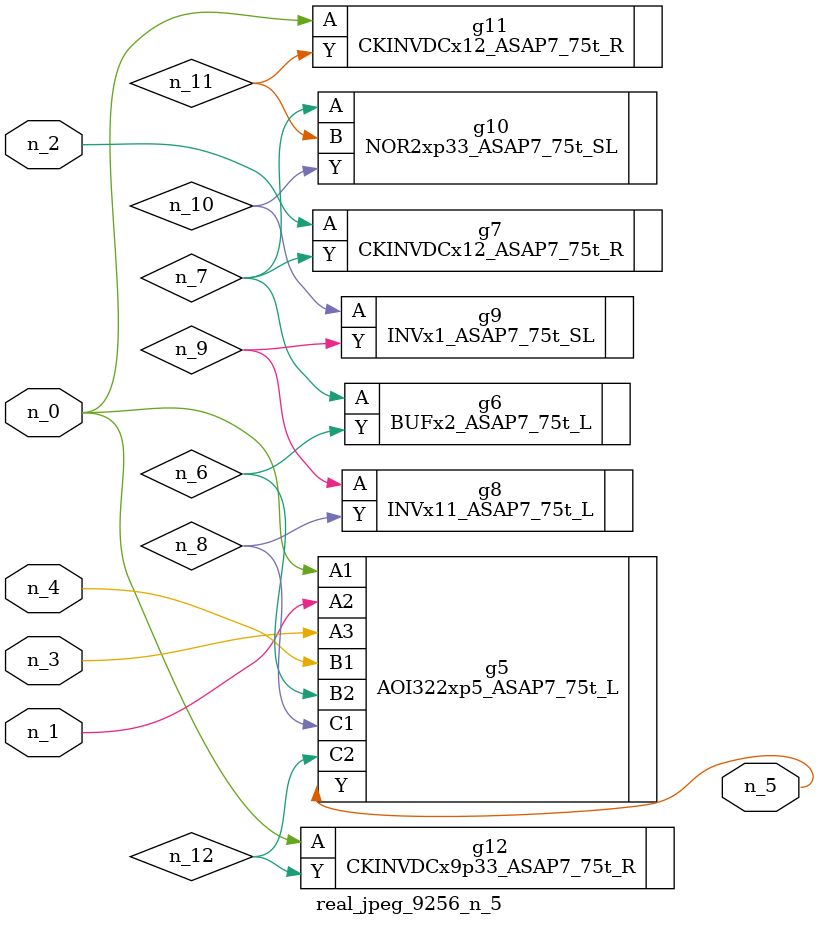
<source format=v>
module real_jpeg_9256_n_5 (n_4, n_0, n_1, n_2, n_3, n_5);

input n_4;
input n_0;
input n_1;
input n_2;
input n_3;

output n_5;

wire n_12;
wire n_8;
wire n_11;
wire n_6;
wire n_7;
wire n_10;
wire n_9;

AOI322xp5_ASAP7_75t_L g5 ( 
.A1(n_0),
.A2(n_1),
.A3(n_3),
.B1(n_4),
.B2(n_6),
.C1(n_8),
.C2(n_12),
.Y(n_5)
);

CKINVDCx12_ASAP7_75t_R g11 ( 
.A(n_0),
.Y(n_11)
);

CKINVDCx9p33_ASAP7_75t_R g12 ( 
.A(n_0),
.Y(n_12)
);

CKINVDCx12_ASAP7_75t_R g7 ( 
.A(n_2),
.Y(n_7)
);

BUFx2_ASAP7_75t_L g6 ( 
.A(n_7),
.Y(n_6)
);

NOR2xp33_ASAP7_75t_SL g10 ( 
.A(n_7),
.B(n_11),
.Y(n_10)
);

INVx11_ASAP7_75t_L g8 ( 
.A(n_9),
.Y(n_8)
);

INVx1_ASAP7_75t_SL g9 ( 
.A(n_10),
.Y(n_9)
);


endmodule
</source>
